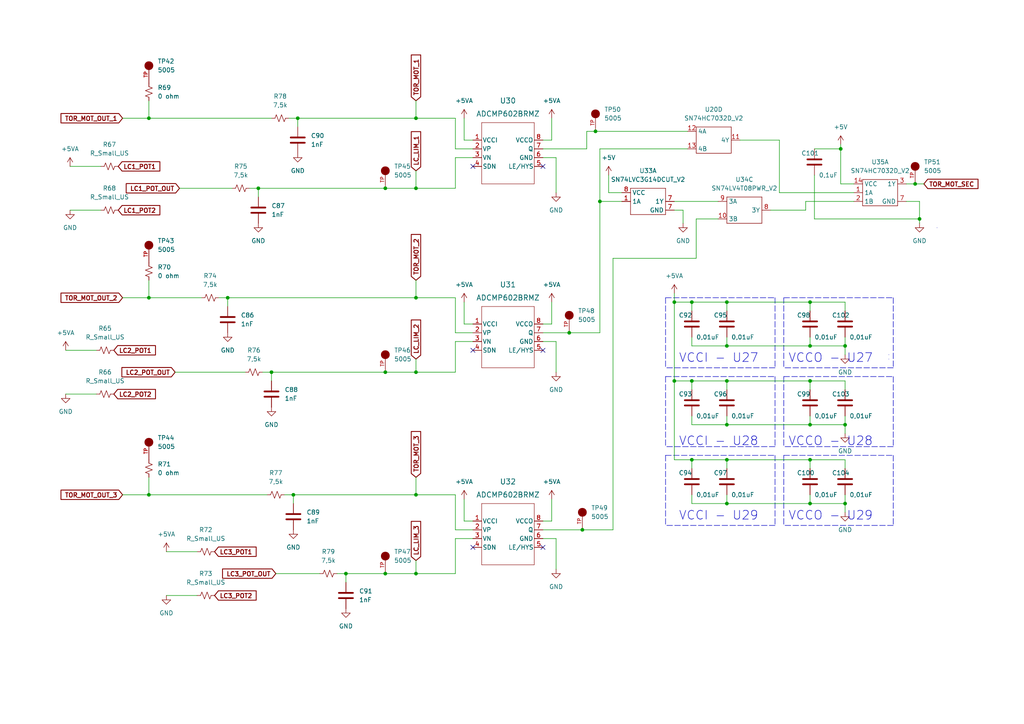
<source format=kicad_sch>
(kicad_sch (version 20211123) (generator eeschema)
  (paper "A4")
  (lib_symbols
    (symbol "Device:C" (pin_numbers hide) (pin_names (offset 0.254))
      (property "Reference" "C" (at 0.635 2.54 0))
      (property "Value" "C" (at 0.635 -2.54 0))
      (symbol "C_0_1"
        (polyline (pts (xy -2.032 -0.762) (xy 2.032 -0.762)) (stroke (width 0.508)))
        (polyline (pts (xy -2.032 0.762) (xy 2.032 0.762)) (stroke (width 0.508)))
      )
      (symbol "C_1_1"
        (pin passive line (at 0 3.81 270) (length 2.794) (name "~") (number "1"))
        (pin passive line (at 0 -3.81 90) (length 2.794) (name "~") (number "2"))
      )
    )
    (symbol "Device:R_Small_US" (pin_numbers hide) (pin_names (offset 0.254) hide)
      (property "Reference" "R" (at 0.762 0.508 0))
      (property "Value" "R_Small_US" (at 0.762 -1.016 0))
      (symbol "R_Small_US_1_1"
        (polyline (pts (xy 0 0) (xy 1.016 -0.381) (xy 0 -0.762) (xy -1.016 -1.143) (xy 0 -1.524)))
        (polyline (pts (xy 0 1.524) (xy 1.016 1.143) (xy 0 0.762) (xy -1.016 0.381) (xy 0 0)))
        (pin passive line (at 0 2.54 270) (length 1.016) (name "~") (number "1"))
        (pin passive line (at 0 -2.54 90) (length 1.016) (name "~") (number "2"))
      )
    )
    (symbol "SymLib:5005" (pin_names (offset 1.016))
      (property "Reference" "TP" (at -2.54 2.54 0))
      (property "Value" "5005" (at -2.54 -3.81 0))
      (symbol "5005_0_0"
        (circle (center 0 0) (radius 0.635) (stroke (width 1.27)))
        (pin passive line (at -5.08 0 0) (length 5.08) (name "~") (number "TP"))
      )
    )
    (symbol "SymLib:ADCMP602BRMZ" (pin_names (offset 0.254))
      (property "Reference" "U" (at 8.89 6.35 0))
      (property "Value" "ADCMP602BRMZ" (at 16.51 -13.97 0))
      (symbol "ADCMP602BRMZ_1_1"
        (polyline (pts (xy 7.62 -12.7) (xy 22.86 -12.7)) (stroke (width 0.127)))
        (polyline (pts (xy 7.62 5.08) (xy 7.62 -12.7)) (stroke (width 0.127)))
        (polyline (pts (xy 22.86 -12.7) (xy 22.86 5.08)) (stroke (width 0.127)))
        (polyline (pts (xy 22.86 5.08) (xy 7.62 5.08)) (stroke (width 0.127)))
        (pin power_in line (at 5.08 0 0) (length 2.54) (name "VCCI") (number "1"))
        (pin input line (at 5.08 -2.54 0) (length 2.54) (name "VP") (number "2"))
        (pin input line (at 5.08 -5.08 0) (length 2.54) (name "VN") (number "3"))
        (pin unspecified line (at 5.08 -7.62 0) (length 2.54) (name "SDN") (number "4"))
        (pin unspecified line (at 25.4 -7.62 180) (length 2.45) (name "LE/HYS") (number "5"))
        (pin power_in line (at 25.4 -5.08 180) (length 2.54) (name "GND") (number "6"))
        (pin output line (at 25.4 -2.54 180) (length 2.54) (name "Q") (number "7"))
        (pin power_in line (at 25.4 0 180) (length 2.54) (name "VCCO") (number "8"))
      )
    )
    (symbol "SymLib:SN74HC7032D_V2"
      (property "Reference" "U" (at -3.81 5.08 0))
      (property "Value" "SN74HC7032D_V2" (at 1.27 -5.08 0))
      (symbol "SN74HC7032D_V2_0_1"
        (rectangle (start -5.08 -3.81) (end 5.08 -3.81))
        (rectangle (start -5.08 3.81) (end -5.08 -3.81))
        (rectangle (start -5.08 3.81) (end 5.08 3.81))
        (rectangle (start 5.08 3.81) (end 5.08 -3.81))
      )
      (symbol "SN74HC7032D_V2_1_1"
        (pin input line (at -7.62 0 0) (length 2.54) (name "1A") (number "1"))
        (pin power_in line (at -7.62 2.54 0) (length 2.54) (name "VCC") (number "14"))
        (pin input line (at -7.62 -2.54 0) (length 2.54) (name "1B") (number "2"))
        (pin output line (at 7.62 2.54 180) (length 2.54) (name "1Y") (number "3"))
        (pin power_in line (at 7.62 -2.54 180) (length 2.54) (name "GND") (number "7"))
      )
      (symbol "SN74HC7032D_V2_2_1"
        (pin input line (at -7.62 2.54 0) (length 2.54) (name "2A") (number "4"))
        (pin input line (at -7.62 -2.54 0) (length 2.54) (name "2B") (number "5"))
        (pin output line (at 7.62 0 180) (length 2.54) (name "2Y") (number "6"))
      )
      (symbol "SN74HC7032D_V2_3_1"
        (pin input line (at -7.62 -2.54 0) (length 2.54) (name "3B") (number "10"))
        (pin output line (at 7.62 0 180) (length 2.54) (name "3Y") (number "8"))
        (pin input line (at -7.62 2.54 0) (length 2.54) (name "3A") (number "9"))
      )
      (symbol "SN74HC7032D_V2_4_1"
        (pin output line (at 7.62 0 180) (length 2.54) (name "4Y") (number "11"))
        (pin input line (at -7.62 2.54 0) (length 2.54) (name "4A") (number "12"))
        (pin input line (at -7.62 -2.54 0) (length 2.54) (name "4B") (number "13"))
      )
    )
    (symbol "SymLib:SN74LV4T08PWR_V2"
      (property "Reference" "U" (at -3.81 5.08 0))
      (property "Value" "SN74LV4T08PWR_V2" (at 0 -5.08 0))
      (symbol "SN74LV4T08PWR_V2_0_1"
        (rectangle (start -5.08 -3.81) (end 5.08 -3.81))
        (rectangle (start -5.08 3.81) (end -5.08 -3.81))
        (rectangle (start -5.08 3.81) (end 5.08 3.81))
        (rectangle (start 5.08 3.81) (end 5.08 -3.81))
      )
      (symbol "SN74LV4T08PWR_V2_1_1"
        (pin input line (at -7.62 0 0) (length 2.54) (name "1A") (number "1"))
        (pin power_in line (at -7.62 2.54 0) (length 2.54) (name "VCC") (number "14"))
        (pin input line (at -7.62 -2.54 0) (length 2.54) (name "1B") (number "2"))
        (pin output line (at 7.62 2.54 180) (length 2.54) (name "1Y") (number "3"))
        (pin power_in line (at 7.62 -2.54 180) (length 2.54) (name "GND") (number "7"))
      )
      (symbol "SN74LV4T08PWR_V2_2_1"
        (pin input line (at -7.62 2.54 0) (length 2.54) (name "2A") (number "4"))
        (pin input line (at -7.62 -2.54 0) (length 2.54) (name "2B") (number "5"))
        (pin output line (at 7.62 0 180) (length 2.54) (name "2Y") (number "6"))
      )
      (symbol "SN74LV4T08PWR_V2_3_1"
        (pin input line (at -7.62 -2.54 0) (length 2.54) (name "3B") (number "10"))
        (pin output line (at 7.62 0 180) (length 2.54) (name "3Y") (number "8"))
        (pin input line (at -7.62 2.54 0) (length 2.54) (name "3A") (number "9"))
      )
      (symbol "SN74LV4T08PWR_V2_4_1"
        (pin output line (at 7.62 0 180) (length 2.54) (name "4Y") (number "11"))
        (pin input line (at -7.62 2.54 0) (length 2.54) (name "4A") (number "12"))
        (pin input line (at -7.62 -2.54 0) (length 2.54) (name "4B") (number "13"))
      )
    )
    (symbol "SymLib:SN74LVC3G14DCUT_V2"
      (property "Reference" "U" (at -3.81 5.08 0))
      (property "Value" "SN74LVC3G14DCUT_V2" (at 0 -5.08 0))
      (symbol "SN74LVC3G14DCUT_V2_0_1"
        (rectangle (start -5.08 -3.81) (end 5.08 -3.81))
        (rectangle (start -5.08 3.81) (end -5.08 -3.81))
        (rectangle (start -5.08 3.81) (end 5.08 3.81))
        (rectangle (start 5.08 3.81) (end 5.08 -3.81))
      )
      (symbol "SN74LVC3G14DCUT_V2_1_1"
        (pin input line (at -7.62 0 0) (length 2.54) (name "1A") (number "1"))
        (pin output line (at 7.62 0 180) (length 2.54) (name "1Y") (number "7"))
        (pin power_out line (at 7.62 -2.54 180) (length 2.54) (name "GND") (number "7"))
        (pin power_in line (at -7.62 2.54 0) (length 2.54) (name "VCC") (number "8"))
      )
      (symbol "SN74LVC3G14DCUT_V2_2_1"
        (pin input line (at -7.62 0 0) (length 2.54) (name "2A") (number "3"))
        (pin output line (at 7.62 0 180) (length 2.54) (name "2Y") (number "5"))
      )
      (symbol "SN74LVC3G14DCUT_V2_3_1"
        (pin output line (at 7.62 0 180) (length 2.54) (name "3Y") (number "2"))
        (pin input line (at -7.62 0 0) (length 2.54) (name "3A") (number "6"))
      )
    )
    (symbol "power:+5V" (power) (pin_names (offset 0))
      (property "Value" "+5V" (at 0 3.556 0))
      (symbol "+5V_0_1"
        (polyline (pts (xy -0.762 1.27) (xy 0 2.54)))
        (polyline (pts (xy 0 0) (xy 0 2.54)))
        (polyline (pts (xy 0 2.54) (xy 0.762 1.27)))
      )
      (symbol "+5V_1_1"
        (pin power_in line (at 0 0 90) (length 0) hide (name "+5V") (number "1"))
      )
    )
    (symbol "power:+5VA" (power) (pin_names (offset 0))
      (property "Value" "+5VA" (at 0 3.556 0))
      (symbol "+5VA_0_1"
        (polyline (pts (xy -0.762 1.27) (xy 0 2.54)))
        (polyline (pts (xy 0 0) (xy 0 2.54)))
        (polyline (pts (xy 0 2.54) (xy 0.762 1.27)))
      )
      (symbol "+5VA_1_1"
        (pin power_in line (at 0 0 90) (length 0) hide (name "+5VA") (number "1"))
      )
    )
    (symbol "power:GND" (power) (pin_names (offset 0))
      (property "Value" "GND" (at 0 -3.81 0))
      (symbol "GND_0_1"
        (polyline (pts (xy 0 0) (xy 0 -1.27) (xy 1.27 -1.27) (xy 0 -2.54) (xy -1.27 -1.27) (xy 0 -1.27)))
      )
      (symbol "GND_1_1"
        (pin power_in line (at 0 0 270) (length 0) hide (name "GND") (number "1"))
      )
    )
  )
  (junction (at 245.11 146.05))
  (junction (at 234.95 100.33))
  (junction (at 210.82 133.35))
  (junction (at 111.76 54.61))
  (junction (at 165.1 96.52))
  (junction (at 168.91 153.67))
  (junction (at 243.84 43.18))
  (junction (at 100.33 166.37))
  (junction (at 245.11 100.33))
  (junction (at 200.66 133.35))
  (junction (at 195.58 110.49))
  (junction (at 86.36 34.29))
  (junction (at 234.95 123.19))
  (junction (at 266.7 63.5))
  (junction (at 210.82 110.49))
  (junction (at 120.65 34.29))
  (junction (at 234.95 110.49))
  (junction (at 66.04 86.36))
  (junction (at 200.66 110.49))
  (junction (at 245.11 123.19))
  (junction (at 265.43 53.34))
  (junction (at 85.09 143.51))
  (junction (at 234.95 133.35))
  (junction (at 172.72 38.1))
  (junction (at 234.95 146.05))
  (junction (at 200.66 87.63))
  (junction (at 210.82 123.19))
  (junction (at 78.74 107.95))
  (junction (at 210.82 100.33))
  (junction (at 43.18 34.29))
  (junction (at 74.93 54.61))
  (junction (at 234.95 87.63))
  (junction (at 111.76 166.37))
  (junction (at 120.65 54.61))
  (junction (at 120.65 166.37))
  (junction (at 43.18 143.51))
  (junction (at 210.82 87.63))
  (junction (at 120.65 107.95))
  (junction (at 120.65 143.51))
  (junction (at 120.65 86.36))
  (junction (at 43.18 86.36))
  (junction (at 111.76 107.95))
  (junction (at 173.99 58.42))
  (junction (at 195.58 87.63))
  (junction (at 210.82 146.05))
  (no_connect (at 137.16 48.26))
  (no_connect (at 157.48 158.75))
  (no_connect (at 157.48 48.26))
  (no_connect (at 157.48 101.6))
  (no_connect (at 137.16 101.6))
  (no_connect (at 137.16 158.75))
  (polyline (pts (xy 227.33 86.36) (xy 227.33 106.68)))
  (wire (pts (xy 210.82 146.05) (xy 234.95 146.05)))
  (wire (pts (xy 195.58 110.49) (xy 200.66 110.49)))
  (wire (pts (xy 85.09 143.51) (xy 120.65 143.51)))
  (wire (pts (xy 245.11 143.51) (xy 245.11 146.05)))
  (wire (pts (xy 111.76 107.95) (xy 120.65 107.95)))
  (wire (pts (xy 234.95 110.49) (xy 245.11 110.49)))
  (wire (pts (xy 234.95 110.49) (xy 234.95 113.03)))
  (wire (pts (xy 43.18 86.36) (xy 58.42 86.36)))
  (wire (pts (xy 210.82 123.19) (xy 234.95 123.19)))
  (wire (pts (xy 157.48 156.21) (xy 161.29 156.21)))
  (polyline (pts (xy 271.78 66.04) (xy 271.78 66.04)))
  (wire (pts (xy 43.18 29.21) (xy 43.18 34.29)))
  (polyline (pts (xy 259.08 129.54) (xy 227.33 129.54)))
  (wire (pts (xy 210.82 123.19) (xy 200.66 123.19)))
  (polyline (pts (xy 257.81 104.14) (xy 257.81 104.14)))
  (wire (pts (xy 210.82 120.65) (xy 210.82 123.19)))
  (polyline (pts (xy 227.33 86.36) (xy 259.08 86.36)))
  (wire (pts (xy 132.08 43.18) (xy 137.16 43.18)))
  (wire (pts (xy 66.04 86.36) (xy 66.04 88.9)))
  (wire (pts (xy 245.11 100.33) (xy 234.95 100.33)))
  (wire (pts (xy 120.65 86.36) (xy 132.08 86.36)))
  (wire (pts (xy 210.82 133.35) (xy 234.95 133.35)))
  (wire (pts (xy 72.39 54.61) (xy 74.93 54.61)))
  (polyline (pts (xy 227.33 132.08) (xy 259.08 132.08)))
  (wire (pts (xy 100.33 166.37) (xy 111.76 166.37)))
  (wire (pts (xy 173.99 58.42) (xy 180.34 58.42)))
  (polyline (pts (xy 259.08 106.68) (xy 227.33 106.68)))
  (wire (pts (xy 43.18 81.28) (xy 43.18 86.36)))
  (polyline (pts (xy 227.33 109.22) (xy 259.08 109.22)))
  (wire (pts (xy 27.94 101.6) (xy 19.05 101.6)))
  (wire (pts (xy 195.58 87.63) (xy 200.66 87.63)))
  (wire (pts (xy 82.55 143.51) (xy 85.09 143.51)))
  (wire (pts (xy 176.53 55.88) (xy 180.34 55.88)))
  (wire (pts (xy 57.15 160.02) (xy 48.26 160.02)))
  (wire (pts (xy 132.08 166.37) (xy 132.08 156.21)))
  (wire (pts (xy 234.95 143.51) (xy 234.95 146.05)))
  (wire (pts (xy 245.11 100.33) (xy 245.11 102.87)))
  (wire (pts (xy 111.76 166.37) (xy 120.65 166.37)))
  (wire (pts (xy 200.66 120.65) (xy 200.66 123.19)))
  (wire (pts (xy 134.62 93.98) (xy 134.62 87.63)))
  (polyline (pts (xy 227.33 132.08) (xy 227.33 152.4)))
  (wire (pts (xy 195.58 85.09) (xy 195.58 87.63)))
  (wire (pts (xy 132.08 45.72) (xy 137.16 45.72)))
  (wire (pts (xy 210.82 143.51) (xy 210.82 146.05)))
  (wire (pts (xy 176.53 50.8) (xy 176.53 55.88)))
  (wire (pts (xy 200.66 87.63) (xy 210.82 87.63)))
  (wire (pts (xy 245.11 120.65) (xy 245.11 123.19)))
  (wire (pts (xy 233.68 60.96) (xy 233.68 58.42)))
  (wire (pts (xy 160.02 144.78) (xy 160.02 151.13)))
  (wire (pts (xy 35.56 86.36) (xy 43.18 86.36)))
  (wire (pts (xy 120.65 166.37) (xy 132.08 166.37)))
  (wire (pts (xy 161.29 99.06) (xy 161.29 107.95)))
  (polyline (pts (xy 257.81 102.87) (xy 257.81 102.87)))
  (wire (pts (xy 266.7 63.5) (xy 266.7 58.42)))
  (wire (pts (xy 234.95 97.79) (xy 234.95 100.33)))
  (wire (pts (xy 200.66 110.49) (xy 200.66 113.03)))
  (wire (pts (xy 157.48 43.18) (xy 170.18 43.18)))
  (wire (pts (xy 243.84 43.18) (xy 243.84 41.91)))
  (wire (pts (xy 234.95 133.35) (xy 234.95 135.89)))
  (polyline (pts (xy 224.79 129.54) (xy 193.04 129.54)))
  (wire (pts (xy 120.65 138.43) (xy 120.65 143.51)))
  (wire (pts (xy 160.02 87.63) (xy 160.02 93.98)))
  (wire (pts (xy 134.62 40.64) (xy 134.62 34.29)))
  (wire (pts (xy 43.18 34.29) (xy 78.74 34.29)))
  (wire (pts (xy 210.82 110.49) (xy 210.82 113.03)))
  (wire (pts (xy 245.11 87.63) (xy 245.11 90.17)))
  (polyline (pts (xy 259.08 86.36) (xy 259.08 106.68)))
  (wire (pts (xy 63.5 86.36) (xy 66.04 86.36)))
  (wire (pts (xy 120.65 81.28) (xy 120.65 86.36)))
  (wire (pts (xy 236.22 63.5) (xy 266.7 63.5)))
  (wire (pts (xy 85.09 143.51) (xy 85.09 146.05)))
  (wire (pts (xy 66.04 86.36) (xy 120.65 86.36)))
  (wire (pts (xy 50.8 107.95) (xy 71.12 107.95)))
  (wire (pts (xy 195.58 87.63) (xy 195.58 110.49)))
  (polyline (pts (xy 193.04 86.36) (xy 224.79 86.36)))
  (wire (pts (xy 78.74 107.95) (xy 78.74 110.49)))
  (wire (pts (xy 201.93 74.93) (xy 177.8 74.93)))
  (wire (pts (xy 210.82 100.33) (xy 200.66 100.33)))
  (wire (pts (xy 157.48 45.72) (xy 161.29 45.72)))
  (wire (pts (xy 210.82 97.79) (xy 210.82 100.33)))
  (polyline (pts (xy 259.08 132.08) (xy 259.08 152.4)))
  (wire (pts (xy 120.65 34.29) (xy 132.08 34.29)))
  (wire (pts (xy 168.91 153.67) (xy 177.8 153.67)))
  (wire (pts (xy 210.82 110.49) (xy 234.95 110.49)))
  (wire (pts (xy 35.56 34.29) (xy 43.18 34.29)))
  (wire (pts (xy 172.72 38.1) (xy 199.39 38.1)))
  (wire (pts (xy 35.56 143.51) (xy 43.18 143.51)))
  (wire (pts (xy 226.06 55.88) (xy 247.65 55.88)))
  (wire (pts (xy 226.06 40.64) (xy 226.06 55.88)))
  (polyline (pts (xy 224.79 106.68) (xy 193.04 106.68)))
  (wire (pts (xy 245.11 146.05) (xy 245.11 148.59)))
  (polyline (pts (xy 193.04 109.22) (xy 193.04 129.54)))
  (wire (pts (xy 120.65 49.53) (xy 120.65 54.61)))
  (wire (pts (xy 157.48 96.52) (xy 165.1 96.52)))
  (wire (pts (xy 245.11 133.35) (xy 245.11 135.89)))
  (wire (pts (xy 43.18 143.51) (xy 77.47 143.51)))
  (wire (pts (xy 201.93 63.5) (xy 201.93 74.93)))
  (wire (pts (xy 120.65 107.95) (xy 132.08 107.95)))
  (wire (pts (xy 234.95 133.35) (xy 245.11 133.35)))
  (wire (pts (xy 173.99 96.52) (xy 173.99 58.42)))
  (wire (pts (xy 245.11 110.49) (xy 245.11 113.03)))
  (wire (pts (xy 19.05 114.3) (xy 27.94 114.3)))
  (wire (pts (xy 243.84 53.34) (xy 243.84 43.18)))
  (wire (pts (xy 247.65 53.34) (xy 243.84 53.34)))
  (wire (pts (xy 120.65 104.14) (xy 120.65 107.95)))
  (wire (pts (xy 170.18 38.1) (xy 172.72 38.1)))
  (wire (pts (xy 120.65 54.61) (xy 132.08 54.61)))
  (wire (pts (xy 233.68 58.42) (xy 247.65 58.42)))
  (wire (pts (xy 173.99 58.42) (xy 173.99 43.18)))
  (polyline (pts (xy 259.08 152.4) (xy 227.33 152.4)))
  (wire (pts (xy 234.95 120.65) (xy 234.95 123.19)))
  (wire (pts (xy 200.66 133.35) (xy 200.66 135.89)))
  (wire (pts (xy 177.8 74.93) (xy 177.8 153.67)))
  (polyline (pts (xy 193.04 132.08) (xy 224.79 132.08)))
  (wire (pts (xy 20.32 60.96) (xy 29.21 60.96)))
  (wire (pts (xy 195.58 58.42) (xy 208.28 58.42)))
  (wire (pts (xy 137.16 96.52) (xy 132.08 96.52)))
  (polyline (pts (xy 224.79 132.08) (xy 224.79 152.4)))
  (wire (pts (xy 200.66 97.79) (xy 200.66 100.33)))
  (wire (pts (xy 234.95 87.63) (xy 234.95 90.17)))
  (wire (pts (xy 210.82 87.63) (xy 234.95 87.63)))
  (polyline (pts (xy 193.04 109.22) (xy 224.79 109.22)))
  (wire (pts (xy 97.79 166.37) (xy 100.33 166.37)))
  (wire (pts (xy 161.29 156.21) (xy 161.29 165.1)))
  (wire (pts (xy 157.48 153.67) (xy 168.91 153.67)))
  (wire (pts (xy 100.33 166.37) (xy 100.33 168.91)))
  (wire (pts (xy 137.16 40.64) (xy 134.62 40.64)))
  (wire (pts (xy 137.16 151.13) (xy 134.62 151.13)))
  (wire (pts (xy 226.06 40.64) (xy 214.63 40.64)))
  (wire (pts (xy 234.95 87.63) (xy 245.11 87.63)))
  (wire (pts (xy 236.22 43.18) (xy 243.84 43.18)))
  (wire (pts (xy 245.11 123.19) (xy 234.95 123.19)))
  (polyline (pts (xy 193.04 132.08) (xy 193.04 152.4)))
  (wire (pts (xy 265.43 53.34) (xy 262.89 53.34)))
  (wire (pts (xy 86.36 34.29) (xy 86.36 36.83)))
  (wire (pts (xy 157.48 99.06) (xy 161.29 99.06)))
  (wire (pts (xy 137.16 93.98) (xy 134.62 93.98)))
  (wire (pts (xy 48.26 172.72) (xy 57.15 172.72)))
  (wire (pts (xy 245.11 97.79) (xy 245.11 100.33)))
  (wire (pts (xy 132.08 96.52) (xy 132.08 86.36)))
  (wire (pts (xy 170.18 43.18) (xy 170.18 38.1)))
  (wire (pts (xy 74.93 54.61) (xy 74.93 57.15)))
  (wire (pts (xy 86.36 34.29) (xy 120.65 34.29)))
  (wire (pts (xy 132.08 34.29) (xy 132.08 43.18)))
  (wire (pts (xy 245.11 123.19) (xy 245.11 125.73)))
  (polyline (pts (xy 224.79 152.4) (xy 193.04 152.4)))
  (polyline (pts (xy 259.08 109.22) (xy 259.08 129.54)))
  (wire (pts (xy 157.48 151.13) (xy 160.02 151.13)))
  (wire (pts (xy 198.12 60.96) (xy 198.12 64.77)))
  (wire (pts (xy 210.82 87.63) (xy 210.82 90.17)))
  (wire (pts (xy 132.08 156.21) (xy 137.16 156.21)))
  (wire (pts (xy 120.65 162.56) (xy 120.65 166.37)))
  (wire (pts (xy 223.52 60.96) (xy 233.68 60.96)))
  (wire (pts (xy 83.82 34.29) (xy 86.36 34.29)))
  (polyline (pts (xy 224.79 109.22) (xy 224.79 129.54)))
  (wire (pts (xy 157.48 93.98) (xy 160.02 93.98)))
  (polyline (pts (xy 224.79 86.36) (xy 224.79 106.68)))
  (wire (pts (xy 195.58 110.49) (xy 195.58 133.35)))
  (wire (pts (xy 201.93 63.5) (xy 208.28 63.5)))
  (wire (pts (xy 200.66 110.49) (xy 210.82 110.49)))
  (wire (pts (xy 210.82 100.33) (xy 234.95 100.33)))
  (wire (pts (xy 111.76 54.61) (xy 120.65 54.61)))
  (wire (pts (xy 198.12 60.96) (xy 195.58 60.96)))
  (wire (pts (xy 266.7 58.42) (xy 262.89 58.42)))
  (wire (pts (xy 210.82 146.05) (xy 200.66 146.05)))
  (wire (pts (xy 132.08 54.61) (xy 132.08 45.72)))
  (wire (pts (xy 120.65 143.51) (xy 132.08 143.51)))
  (wire (pts (xy 43.18 138.43) (xy 43.18 143.51)))
  (wire (pts (xy 137.16 99.06) (xy 132.08 99.06)))
  (wire (pts (xy 266.7 64.77) (xy 266.7 63.5)))
  (polyline (pts (xy 193.04 86.36) (xy 193.04 106.68)))
  (wire (pts (xy 134.62 151.13) (xy 134.62 144.78)))
  (wire (pts (xy 76.2 107.95) (xy 78.74 107.95)))
  (wire (pts (xy 173.99 43.18) (xy 199.39 43.18)))
  (polyline (pts (xy 227.33 109.22) (xy 227.33 129.54)))
  (wire (pts (xy 161.29 45.72) (xy 161.29 55.88)))
  (wire (pts (xy 132.08 143.51) (xy 132.08 153.67)))
  (wire (pts (xy 120.65 29.21) (xy 120.65 34.29)))
  (wire (pts (xy 74.93 54.61) (xy 111.76 54.61)))
  (wire (pts (xy 160.02 34.29) (xy 160.02 40.64)))
  (wire (pts (xy 132.08 153.67) (xy 137.16 153.67)))
  (wire (pts (xy 200.66 133.35) (xy 210.82 133.35)))
  (wire (pts (xy 132.08 99.06) (xy 132.08 107.95)))
  (wire (pts (xy 157.48 40.64) (xy 160.02 40.64)))
  (wire (pts (xy 200.66 143.51) (xy 200.66 146.05)))
  (wire (pts (xy 267.97 53.34) (xy 265.43 53.34)))
  (wire (pts (xy 52.07 54.61) (xy 67.31 54.61)))
  (wire (pts (xy 195.58 133.35) (xy 200.66 133.35)))
  (wire (pts (xy 210.82 133.35) (xy 210.82 135.89)))
  (wire (pts (xy 245.11 146.05) (xy 234.95 146.05)))
  (wire (pts (xy 165.1 96.52) (xy 173.99 96.52)))
  (wire (pts (xy 29.21 48.26) (xy 20.32 48.26)))
  (wire (pts (xy 236.22 50.8) (xy 236.22 63.5)))
  (wire (pts (xy 78.74 107.95) (xy 111.76 107.95)))
  (wire (pts (xy 200.66 87.63) (xy 200.66 90.17)))
  (wire (pts (xy 80.01 166.37) (xy 92.71 166.37)))
  (text "VCCI - U27" (at 196.85 105.41 0) (effects (font (size 2.54 2.54)) (justify left bottom)))
  (text "VCCO - U28" (at 228.6 129.54 0) (effects (font (size 2.54 2.54)) (justify left bottom)))
  (text "VCCI - U29" (at 196.85 151.13 0) (effects (font (size 2.54 2.54)) (justify left bottom)))
  (text "VCCO - U27" (at 228.6 105.41 0) (effects (font (size 2.54 2.54)) (justify left bottom)))
  (text "VCCI - U28" (at 196.85 129.54 0) (effects (font (size 2.54 2.54)) (justify left bottom)))
  (text "VCCO - U29\n" (at 228.6 151.13 0) (effects (font (size 2.54 2.54)) (justify left bottom)))
  (global_label "LC3_POT_OUT" (shape input) (at 80.01 166.37 180) (effects (font (thickness 0.254) bold)) (property "Intersheet References" "${INTERSHEET_REFS}" (effects hide)))
  (global_label "LC3_POT2" (shape input) (at 62.23 172.72 0) (effects (font (thickness 0.254) bold)) (property "Intersheet References" "${INTERSHEET_REFS}" (effects hide)))
  (global_label "TOR_MOT_OUT_3" (shape input) (at 35.56 143.51 180) (effects (font (thickness 0.254) bold)) (property "Intersheet References" "${INTERSHEET_REFS}" (effects hide)))
  (global_label "TOR_MOT_SEC" (shape input) (at 267.97 53.34 0) (effects (font bold)) (property "Intersheet References" "${INTERSHEET_REFS}" (effects hide)))
  (global_label "TOR_MOT_2" (shape input) (at 120.65 81.28 90) (effects (font bold)) (property "Intersheet References" "${INTERSHEET_REFS}" (effects hide)))
  (global_label "TOR_MOT_1" (shape input) (at 120.65 29.21 90) (effects (font bold)) (property "Intersheet References" "${INTERSHEET_REFS}" (effects hide)))
  (global_label "TOR_MOT_3" (shape input) (at 120.65 138.43 90) (effects (font bold)) (property "Intersheet References" "${INTERSHEET_REFS}" (effects hide)))
  (global_label "LC_LIM_1" (shape input) (at 120.65 49.53 90) (effects (font bold)) (property "Intersheet References" "${INTERSHEET_REFS}" (effects hide)))
  (global_label "TOR_MOT_OUT_1" (shape input) (at 35.56 34.29 180) (effects (font (thickness 0.254) bold)) (property "Intersheet References" "${INTERSHEET_REFS}" (effects hide)))
  (global_label "LC2_POT2" (shape input) (at 33.02 114.3 0) (effects (font (thickness 0.254) bold)) (property "Intersheet References" "${INTERSHEET_REFS}" (effects hide)))
  (global_label "LC1_POT2" (shape input) (at 34.29 60.96 0) (effects (font (thickness 0.254) bold)) (property "Intersheet References" "${INTERSHEET_REFS}" (effects hide)))
  (global_label "LC2_POT_OUT" (shape input) (at 50.8 107.95 180) (effects (font (thickness 0.254) bold)) (property "Intersheet References" "${INTERSHEET_REFS}" (effects hide)))
  (global_label "LC2_POT1" (shape input) (at 33.02 101.6 0) (effects (font (thickness 0.254) bold)) (property "Intersheet References" "${INTERSHEET_REFS}" (effects hide)))
  (global_label "TOR_MOT_OUT_2" (shape input) (at 35.56 86.36 180) (effects (font (thickness 0.254) bold)) (property "Intersheet References" "${INTERSHEET_REFS}" (effects hide)))
  (global_label "LC_LIM_2" (shape input) (at 120.65 104.14 90) (effects (font bold)) (property "Intersheet References" "${INTERSHEET_REFS}" (effects hide)))
  (global_label "LC1_POT_OUT" (shape input) (at 52.07 54.61 180) (effects (font (thickness 0.254) bold)) (property "Intersheet References" "${INTERSHEET_REFS}" (effects hide)))
  (global_label "LC3_POT1" (shape input) (at 62.23 160.02 0) (effects (font (thickness 0.254) bold)) (property "Intersheet References" "${INTERSHEET_REFS}" (effects hide)))
  (global_label "LC_LIM_3" (shape input) (at 120.65 162.56 90) (effects (font bold)) (property "Intersheet References" "${INTERSHEET_REFS}" (effects hide)))
  (global_label "LC1_POT1" (shape input) (at 34.29 48.26 0) (effects (font (thickness 0.254) bold)) (property "Intersheet References" "${INTERSHEET_REFS}" (effects hide)))
  (symbol (lib_id "power:+5VA") (at 160.02 87.63 0) (unit 1)
    (property "Reference" "#PWR0162" (effects hide))
    (property "Value" "+5VA" (at 160.02 82.55 0))
  )
  (symbol (lib_id "power:GND") (at 198.12 64.77 0) (unit 1)
    (property "Reference" "#PWR0169" (effects hide))
    (property "Value" "GND" (at 198.12 69.85 0))
  )
  (symbol (lib_id "SymLib:SN74HC7032D_V2") (at 255.27 55.88 0) (unit 1)
    (property "Reference" "U35" (at 255.27 46.99 0))
    (property "Value" "SN74HC7032D_V2" (at 255.27 49.53 0))
    (property "Footprint" "FootPrint:SN74HC7032D" (effects hide))
  )
  (symbol (lib_id "SymLib:5005") (at 265.43 48.26 90) (unit 1)
    (property "Reference" "TP51" (at 267.97 46.9899 90) (effects (justify right)))
    (property "Value" "5005" (at 267.97 49.5299 90) (effects (justify right)))
    (property "Footprint" "FootPrint:KEYSTONE_5005" (effects hide))
    (property "MF" "Keystone Electronics" (effects hide))
    (property "DESCRIPTION" "Compact THM Test Point -Red" (effects hide))
    (property "PACKAGE" "NON STANDARD-1 Keystone" (effects hide))
    (property "PRICE" "None" (effects hide))
    (property "MP" "5005" (effects hide))
    (property "AVAILABILITY" "In Stock" (effects hide))
    (property "PURCHASE-URL" "https://pricing.snapeda.com/search/part/5005/?ref=eda" (effects hide))
  )
  (symbol (lib_id "Device:R_Small_US") (at 81.28 34.29 90) (unit 1)
    (property "Reference" "R78" (at 81.28 27.94 90))
    (property "Value" "7,5k" (at 81.28 30.48 90))
    (property "Footprint" "Resistor_SMD:R_0603_1608Metric" (effects hide))
  )
  (symbol (lib_id "Device:R_Small_US") (at 31.75 60.96 90) (unit 1)
    (property "Reference" "R68" (at 31.75 54.61 90))
    (property "Value" "R_Small_US" (at 31.75 57.15 90))
    (property "Footprint" "Resistor_SMD:R_0603_1608Metric" (effects hide))
  )
  (symbol (lib_id "Device:C") (at 200.66 139.7 0) (unit 1)
    (property "Reference" "C94" (at 196.85 137.16 0) (effects (justify left)))
    (property "Value" "0,01uF" (at 201.93 143.51 0) (effects (justify left)))
    (property "Footprint" "Capacitor_SMD:C_0603_1608Metric" (effects hide))
  )
  (symbol (lib_id "Device:R_Small_US") (at 59.69 160.02 90) (unit 1)
    (property "Reference" "R72" (at 59.69 153.67 90))
    (property "Value" "R_Small_US" (at 59.69 156.21 90))
    (property "Footprint" "Resistor_SMD:R_0603_1608Metric" (effects hide))
  )
  (symbol (lib_id "power:GND") (at 20.32 60.96 0) (unit 1)
    (property "Reference" "#PWR0149" (effects hide))
    (property "Value" "GND" (at 20.32 66.04 0))
  )
  (symbol (lib_id "SymLib:SN74LVC3G14DCUT_V2") (at 187.96 58.42 0) (unit 1)
    (property "Reference" "U33" (at 187.96 49.53 0))
    (property "Value" "SN74LVC3G14DCUT_V2" (at 187.96 52.07 0))
    (property "Footprint" "FootPrint:SN74LVC3G14DCUT" (effects hide))
  )
  (symbol (lib_id "Device:C") (at 234.95 139.7 0) (unit 1)
    (property "Reference" "C100" (at 231.14 137.16 0) (effects (justify left)))
    (property "Value" "0,01uF" (at 236.22 143.51 0) (effects (justify left)))
    (property "Footprint" "Capacitor_SMD:C_0603_1608Metric" (effects hide))
  )
  (symbol (lib_id "Device:C") (at 100.33 172.72 0) (unit 1)
    (property "Reference" "C91" (at 104.14 171.4499 0) (effects (justify left)))
    (property "Value" "1nF" (at 104.14 173.9899 0) (effects (justify left)))
    (property "Footprint" "Capacitor_SMD:C_0603_1608Metric" (effects hide))
  )
  (symbol (lib_id "power:GND") (at 19.05 114.3 0) (unit 1)
    (property "Reference" "#PWR0147" (effects hide))
    (property "Value" "GND" (at 19.05 119.38 0))
  )
  (symbol (lib_id "power:+5VA") (at 134.62 144.78 0) (unit 1)
    (property "Reference" "#PWR0160" (effects hide))
    (property "Value" "+5VA" (at 134.62 139.7 0))
  )
  (symbol (lib_id "Device:R_Small_US") (at 60.96 86.36 90) (unit 1)
    (property "Reference" "R74" (at 60.96 80.01 90))
    (property "Value" "7,5k" (at 60.96 82.55 90))
    (property "Footprint" "Resistor_SMD:R_0603_1608Metric" (effects hide))
  )
  (symbol (lib_id "SymLib:ADCMP602BRMZ") (at 132.08 40.64 0) (unit 1)
    (property "Reference" "U30" (at 147.3332 29.21 0) (effects (font (size 1.524 1.524))))
    (property "Value" "ADCMP602BRMZ" (at 147.3332 33.02 0) (effects (font (size 1.524 1.524))))
    (property "Footprint" "FootPrint:ADCMP602BRMZ" (effects hide))
    (property "Datasheet" "ADCMP602BRMZ" (effects hide))
  )
  (symbol (lib_id "power:GND") (at 48.26 172.72 0) (unit 1)
    (property "Reference" "#PWR0151" (effects hide))
    (property "Value" "GND" (at 48.26 177.8 0))
  )
  (symbol (lib_id "SymLib:5005") (at 43.18 19.05 90) (unit 1)
    (property "Reference" "TP42" (at 45.72 17.7799 90) (effects (justify right)))
    (property "Value" "5005" (at 45.72 20.3199 90) (effects (justify right)))
    (property "Footprint" "FootPrint:KEYSTONE_5005" (effects hide))
    (property "MF" "Keystone Electronics" (effects hide))
    (property "DESCRIPTION" "Compact THM Test Point -Red" (effects hide))
    (property "PACKAGE" "NON STANDARD-1 Keystone" (effects hide))
    (property "PRICE" "None" (effects hide))
    (property "MP" "5005" (effects hide))
    (property "AVAILABILITY" "In Stock" (effects hide))
    (property "PURCHASE-URL" "https://pricing.snapeda.com/search/part/5005/?ref=eda" (effects hide))
  )
  (symbol (lib_id "Device:R_Small_US") (at 80.01 143.51 90) (unit 1)
    (property "Reference" "R77" (at 80.01 137.16 90))
    (property "Value" "7,5k" (at 80.01 139.7 90))
    (property "Footprint" "Resistor_SMD:R_0603_1608Metric" (effects hide))
  )
  (symbol (lib_id "SymLib:ADCMP602BRMZ") (at 132.08 93.98 0) (unit 1)
    (property "Reference" "U31" (at 147.3332 82.55 0) (effects (font (size 1.524 1.524))))
    (property "Value" "ADCMP602BRMZ" (at 147.3332 86.36 0) (effects (font (size 1.524 1.524))))
    (property "Footprint" "FootPrint:ADCMP602BRMZ" (effects hide))
    (property "Datasheet" "ADCMP602BRMZ" (effects hide))
  )
  (symbol (lib_id "Device:C") (at 210.82 139.7 0) (unit 1)
    (property "Reference" "C97" (at 207.01 137.16 0) (effects (justify left)))
    (property "Value" "0,01uF" (at 212.09 143.51 0) (effects (justify left)))
    (property "Footprint" "Capacitor_SMD:C_0603_1608Metric" (effects hide))
  )
  (symbol (lib_id "power:+5VA") (at 134.62 87.63 0) (unit 1)
    (property "Reference" "#PWR0159" (effects hide))
    (property "Value" "+5VA" (at 134.62 82.55 0))
  )
  (symbol (lib_id "SymLib:5005") (at 111.76 49.53 90) (unit 1)
    (property "Reference" "TP45" (at 114.3 48.2599 90) (effects (justify right)))
    (property "Value" "5005" (at 114.3 50.7999 90) (effects (justify right)))
    (property "Footprint" "FootPrint:KEYSTONE_5005" (effects hide))
    (property "MF" "Keystone Electronics" (effects hide))
    (property "DESCRIPTION" "Compact THM Test Point -Red" (effects hide))
    (property "PACKAGE" "NON STANDARD-1 Keystone" (effects hide))
    (property "PRICE" "None" (effects hide))
    (property "MP" "5005" (effects hide))
    (property "AVAILABILITY" "In Stock" (effects hide))
    (property "PURCHASE-URL" "https://pricing.snapeda.com/search/part/5005/?ref=eda" (effects hide))
  )
  (symbol (lib_id "power:GND") (at 161.29 165.1 0) (unit 1)
    (property "Reference" "#PWR0166" (effects hide))
    (property "Value" "GND" (at 161.29 170.18 0))
  )
  (symbol (lib_id "Device:C") (at 210.82 116.84 0) (unit 1)
    (property "Reference" "C96" (at 207.01 114.3 0) (effects (justify left)))
    (property "Value" "0,01uF" (at 212.09 120.65 0) (effects (justify left)))
    (property "Footprint" "Capacitor_SMD:C_0603_1608Metric" (effects hide))
  )
  (symbol (lib_id "SymLib:SN74LV4T08PWR_V2") (at 215.9 60.96 0) (unit 3)
    (property "Reference" "U34" (at 215.9 52.07 0))
    (property "Value" "SN74LV4T08PWR_V2" (at 215.9 54.61 0))
    (property "Footprint" "FootPrint:SN74LV4T08PWR" (effects hide))
  )
  (symbol (lib_id "Device:C") (at 74.93 60.96 0) (unit 1)
    (property "Reference" "C87" (at 78.74 59.6899 0) (effects (justify left)))
    (property "Value" "1nF" (at 78.74 62.2299 0) (effects (justify left)))
    (property "Footprint" "Capacitor_SMD:C_0603_1608Metric" (effects hide))
  )
  (symbol (lib_id "SymLib:ADCMP602BRMZ") (at 132.08 151.13 0) (unit 1)
    (property "Reference" "U32" (at 147.3332 139.7 0) (effects (font (size 1.524 1.524))))
    (property "Value" "ADCMP602BRMZ" (at 147.3332 143.51 0) (effects (font (size 1.524 1.524))))
    (property "Footprint" "FootPrint:ADCMP602BRMZ" (effects hide))
    (property "Datasheet" "ADCMP602BRMZ" (effects hide))
  )
  (symbol (lib_id "Device:R_Small_US") (at 69.85 54.61 90) (unit 1)
    (property "Reference" "R75" (at 69.85 48.26 90))
    (property "Value" "7,5k" (at 69.85 50.8 90))
    (property "Footprint" "Resistor_SMD:R_0603_1608Metric" (effects hide))
  )
  (symbol (lib_id "Device:R_Small_US") (at 95.25 166.37 90) (unit 1)
    (property "Reference" "R79" (at 95.25 160.02 90))
    (property "Value" "7,5k" (at 95.25 162.56 90))
    (property "Footprint" "Resistor_SMD:R_0603_1608Metric" (effects hide))
  )
  (symbol (lib_id "Device:C") (at 210.82 93.98 0) (unit 1)
    (property "Reference" "C95" (at 207.01 91.44 0) (effects (justify left)))
    (property "Value" "0,01uF" (at 212.09 97.79 0) (effects (justify left)))
    (property "Footprint" "Capacitor_SMD:C_0603_1608Metric" (effects hide))
  )
  (symbol (lib_id "power:+5VA") (at 195.58 85.09 0) (unit 1)
    (property "Reference" "#PWR0168" (effects hide))
    (property "Value" "+5VA" (at 195.58 80.01 0))
  )
  (symbol (lib_id "Device:C") (at 86.36 40.64 0) (unit 1)
    (property "Reference" "C90" (at 90.17 39.3699 0) (effects (justify left)))
    (property "Value" "1nF" (at 90.17 41.9099 0) (effects (justify left)))
    (property "Footprint" "Capacitor_SMD:C_0603_1608Metric" (effects hide))
  )
  (symbol (lib_id "Device:C") (at 234.95 116.84 0) (unit 1)
    (property "Reference" "C99" (at 231.14 114.3 0) (effects (justify left)))
    (property "Value" "0,01uF" (at 236.22 120.65 0) (effects (justify left)))
    (property "Footprint" "Capacitor_SMD:C_0603_1608Metric" (effects hide))
  )
  (symbol (lib_id "power:GND") (at 245.11 102.87 0) (unit 1)
    (property "Reference" "#PWR0171" (effects hide))
    (property "Value" "GND" (at 245.11 107.95 0))
  )
  (symbol (lib_id "power:GND") (at 161.29 107.95 0) (unit 1)
    (property "Reference" "#PWR0165" (effects hide))
    (property "Value" "GND" (at 161.29 113.03 0))
  )
  (symbol (lib_id "power:+5VA") (at 160.02 34.29 0) (unit 1)
    (property "Reference" "#PWR0161" (effects hide))
    (property "Value" "+5VA" (at 160.02 29.21 0))
  )
  (symbol (lib_id "power:GND") (at 78.74 118.11 0) (unit 1)
    (property "Reference" "#PWR0154" (effects hide))
    (property "Value" "GND" (at 78.74 123.19 0))
  )
  (symbol (lib_id "SymLib:5005") (at 165.1 91.44 90) (unit 1)
    (property "Reference" "TP48" (at 167.64 90.1699 90) (effects (justify right)))
    (property "Value" "5005" (at 167.64 92.7099 90) (effects (justify right)))
    (property "Footprint" "FootPrint:KEYSTONE_5005" (effects hide))
    (property "MF" "Keystone Electronics" (effects hide))
    (property "DESCRIPTION" "Compact THM Test Point -Red" (effects hide))
    (property "PACKAGE" "NON STANDARD-1 Keystone" (effects hide))
    (property "PRICE" "None" (effects hide))
    (property "MP" "5005" (effects hide))
    (property "AVAILABILITY" "In Stock" (effects hide))
    (property "PURCHASE-URL" "https://pricing.snapeda.com/search/part/5005/?ref=eda" (effects hide))
  )
  (symbol (lib_id "Device:C") (at 234.95 93.98 0) (unit 1)
    (property "Reference" "C98" (at 231.14 91.44 0) (effects (justify left)))
    (property "Value" "0,01uF" (at 236.22 97.79 0) (effects (justify left)))
    (property "Footprint" "Capacitor_SMD:C_0603_1608Metric" (effects hide))
  )
  (symbol (lib_id "Device:C") (at 236.22 46.99 0) (unit 1)
    (property "Reference" "C101" (at 232.41 44.45 0) (effects (justify left)))
    (property "Value" "0,1uF" (at 237.49 50.8 0) (effects (justify left)))
    (property "Footprint" "Capacitor_SMD:C_0603_1608Metric" (effects hide))
  )
  (symbol (lib_id "SymLib:5005") (at 168.91 148.59 90) (unit 1)
    (property "Reference" "TP49" (at 171.45 147.3199 90) (effects (justify right)))
    (property "Value" "5005" (at 171.45 149.8599 90) (effects (justify right)))
    (property "Footprint" "FootPrint:KEYSTONE_5005" (effects hide))
    (property "MF" "Keystone Electronics" (effects hide))
    (property "DESCRIPTION" "Compact THM Test Point -Red" (effects hide))
    (property "PACKAGE" "NON STANDARD-1 Keystone" (effects hide))
    (property "PRICE" "None" (effects hide))
    (property "MP" "5005" (effects hide))
    (property "AVAILABILITY" "In Stock" (effects hide))
    (property "PURCHASE-URL" "https://pricing.snapeda.com/search/part/5005/?ref=eda" (effects hide))
  )
  (symbol (lib_id "power:+5VA") (at 20.32 48.26 0) (unit 1)
    (property "Reference" "#PWR0148" (effects hide))
    (property "Value" "+5VA" (at 20.32 43.18 0))
  )
  (symbol (lib_id "power:+5V") (at 176.53 50.8 0) (unit 1)
    (property "Reference" "#PWR0167" (effects hide))
    (property "Value" "+5V" (at 176.53 45.72 0))
  )
  (symbol (lib_id "Device:C") (at 200.66 93.98 0) (unit 1)
    (property "Reference" "C92" (at 196.85 91.44 0) (effects (justify left)))
    (property "Value" "0,01uF" (at 201.93 97.79 0) (effects (justify left)))
    (property "Footprint" "Capacitor_SMD:C_0603_1608Metric" (effects hide))
  )
  (symbol (lib_id "power:GND") (at 266.7 64.77 0) (unit 1)
    (property "Reference" "#PWR0174" (effects hide))
    (property "Value" "GND" (at 266.7 69.85 0))
  )
  (symbol (lib_id "Device:C") (at 78.74 114.3 0) (unit 1)
    (property "Reference" "C88" (at 82.55 113.0299 0) (effects (justify left)))
    (property "Value" "1nF" (at 82.55 115.5699 0) (effects (justify left)))
    (property "Footprint" "Capacitor_SMD:C_0603_1608Metric" (effects hide))
  )
  (symbol (lib_id "SymLib:5005") (at 172.72 33.02 90) (unit 1)
    (property "Reference" "TP50" (at 175.26 31.7499 90) (effects (justify right)))
    (property "Value" "5005" (at 175.26 34.2899 90) (effects (justify right)))
    (property "Footprint" "FootPrint:KEYSTONE_5005" (effects hide))
    (property "MF" "Keystone Electronics" (effects hide))
    (property "DESCRIPTION" "Compact THM Test Point -Red" (effects hide))
    (property "PACKAGE" "NON STANDARD-1 Keystone" (effects hide))
    (property "PRICE" "None" (effects hide))
    (property "MP" "5005" (effects hide))
    (property "AVAILABILITY" "In Stock" (effects hide))
    (property "PURCHASE-URL" "https://pricing.snapeda.com/search/part/5005/?ref=eda" (effects hide))
  )
  (symbol (lib_id "Device:C") (at 245.11 93.98 0) (unit 1)
    (property "Reference" "C102" (at 241.3 91.44 0) (effects (justify left)))
    (property "Value" "0,01uF" (at 246.38 97.79 0) (effects (justify left)))
    (property "Footprint" "Capacitor_SMD:C_0603_1608Metric" (effects hide))
  )
  (symbol (lib_id "power:+5VA") (at 134.62 34.29 0) (unit 1)
    (property "Reference" "#PWR0158" (effects hide))
    (property "Value" "+5VA" (at 134.62 29.21 0))
  )
  (symbol (lib_id "Device:R_Small_US") (at 43.18 135.89 0) (unit 1)
    (property "Reference" "R71" (at 45.72 134.6199 0) (effects (justify left)))
    (property "Value" "0 ohm" (at 45.72 137.1599 0) (effects (justify left)))
    (property "Footprint" "Resistor_SMD:R_0603_1608Metric" (effects hide))
  )
  (symbol (lib_id "Device:C") (at 66.04 92.71 0) (unit 1)
    (property "Reference" "C86" (at 69.85 91.4399 0) (effects (justify left)))
    (property "Value" "1nF" (at 69.85 93.9799 0) (effects (justify left)))
    (property "Footprint" "Capacitor_SMD:C_0603_1608Metric" (effects hide))
  )
  (symbol (lib_id "SymLib:5005") (at 43.18 128.27 90) (unit 1)
    (property "Reference" "TP44" (at 45.72 126.9999 90) (effects (justify right)))
    (property "Value" "5005" (at 45.72 129.5399 90) (effects (justify right)))
    (property "Footprint" "FootPrint:KEYSTONE_5005" (effects hide))
    (property "MF" "Keystone Electronics" (effects hide))
    (property "DESCRIPTION" "Compact THM Test Point -Red" (effects hide))
    (property "PACKAGE" "NON STANDARD-1 Keystone" (effects hide))
    (property "PRICE" "None" (effects hide))
    (property "MP" "5005" (effects hide))
    (property "AVAILABILITY" "In Stock" (effects hide))
    (property "PURCHASE-URL" "https://pricing.snapeda.com/search/part/5005/?ref=eda" (effects hide))
  )
  (symbol (lib_id "power:+5VA") (at 48.26 160.02 0) (unit 1)
    (property "Reference" "#PWR0150" (effects hide))
    (property "Value" "+5VA" (at 48.26 154.94 0))
  )
  (symbol (lib_id "SymLib:SN74HC7032D_V2") (at 207.01 40.64 0) (unit 4)
    (property "Reference" "U20" (at 207.01 31.75 0))
    (property "Value" "SN74HC7032D_V2" (at 207.01 34.29 0))
    (property "Footprint" "FootPrint:SN74HC7032D" (effects hide))
  )
  (symbol (lib_id "SymLib:5005") (at 43.18 71.12 90) (unit 1)
    (property "Reference" "TP43" (at 45.72 69.8499 90) (effects (justify right)))
    (property "Value" "5005" (at 45.72 72.3899 90) (effects (justify right)))
    (property "Footprint" "FootPrint:KEYSTONE_5005" (effects hide))
    (property "MF" "Keystone Electronics" (effects hide))
    (property "DESCRIPTION" "Compact THM Test Point -Red" (effects hide))
    (property "PACKAGE" "NON STANDARD-1 Keystone" (effects hide))
    (property "PRICE" "None" (effects hide))
    (property "MP" "5005" (effects hide))
    (property "AVAILABILITY" "In Stock" (effects hide))
    (property "PURCHASE-URL" "https://pricing.snapeda.com/search/part/5005/?ref=eda" (effects hide))
  )
  (symbol (lib_id "Device:R_Small_US") (at 31.75 48.26 90) (unit 1)
    (property "Reference" "R67" (at 31.75 41.91 90))
    (property "Value" "R_Small_US" (at 31.75 44.45 90))
    (property "Footprint" "Resistor_SMD:R_0603_1608Metric" (effects hide))
  )
  (symbol (lib_id "power:GND") (at 86.36 44.45 0) (unit 1)
    (property "Reference" "#PWR0156" (effects hide))
    (property "Value" "GND" (at 86.36 49.53 0))
  )
  (symbol (lib_id "power:+5VA") (at 19.05 101.6 0) (unit 1)
    (property "Reference" "#PWR0146" (effects hide))
    (property "Value" "+5VA" (at 19.05 96.52 0))
  )
  (symbol (lib_id "power:GND") (at 161.29 55.88 0) (unit 1)
    (property "Reference" "#PWR0164" (effects hide))
    (property "Value" "GND" (at 161.29 60.96 0))
  )
  (symbol (lib_id "Device:C") (at 245.11 139.7 0) (unit 1)
    (property "Reference" "C104" (at 241.3 137.16 0) (effects (justify left)))
    (property "Value" "0,01uF" (at 246.38 143.51 0) (effects (justify left)))
    (property "Footprint" "Capacitor_SMD:C_0603_1608Metric" (effects hide))
  )
  (symbol (lib_id "Device:R_Small_US") (at 59.69 172.72 90) (unit 1)
    (property "Reference" "R73" (at 59.69 166.37 90))
    (property "Value" "R_Small_US" (at 59.69 168.91 90))
    (property "Footprint" "Resistor_SMD:R_0603_1608Metric" (effects hide))
  )
  (symbol (lib_id "Device:R_Small_US") (at 30.48 114.3 90) (unit 1)
    (property "Reference" "R66" (at 30.48 107.95 90))
    (property "Value" "R_Small_US" (at 30.48 110.49 90))
    (property "Footprint" "Resistor_SMD:R_0603_1608Metric" (effects hide))
  )
  (symbol (lib_id "Device:R_Small_US") (at 30.48 101.6 90) (unit 1)
    (property "Reference" "R65" (at 30.48 95.25 90))
    (property "Value" "R_Small_US" (at 30.48 97.79 90))
    (property "Footprint" "Resistor_SMD:R_0603_1608Metric" (effects hide))
  )
  (symbol (lib_id "power:+5VA") (at 160.02 144.78 0) (unit 1)
    (property "Reference" "#PWR0163" (effects hide))
    (property "Value" "+5VA" (at 160.02 139.7 0))
  )
  (symbol (lib_id "SymLib:5005") (at 111.76 161.29 90) (unit 1)
    (property "Reference" "TP47" (at 114.3 160.0199 90) (effects (justify right)))
    (property "Value" "5005" (at 114.3 162.5599 90) (effects (justify right)))
    (property "Footprint" "FootPrint:KEYSTONE_5005" (effects hide))
    (property "MF" "Keystone Electronics" (effects hide))
    (property "DESCRIPTION" "Compact THM Test Point -Red" (effects hide))
    (property "PACKAGE" "NON STANDARD-1 Keystone" (effects hide))
    (property "PRICE" "None" (effects hide))
    (property "MP" "5005" (effects hide))
    (property "AVAILABILITY" "In Stock" (effects hide))
    (property "PURCHASE-URL" "https://pricing.snapeda.com/search/part/5005/?ref=eda" (effects hide))
  )
  (symbol (lib_id "power:+5V") (at 243.84 41.91 0) (unit 1)
    (property "Reference" "#PWR0170" (effects hide))
    (property "Value" "+5V" (at 243.84 36.83 0))
  )
  (symbol (lib_id "Device:R_Small_US") (at 43.18 26.67 0) (unit 1)
    (property "Reference" "R69" (at 45.72 25.3999 0) (effects (justify left)))
    (property "Value" "0 ohm" (at 45.72 27.9399 0) (effects (justify left)))
    (property "Footprint" "Resistor_SMD:R_0603_1608Metric" (effects hide))
  )
  (symbol (lib_id "Device:R_Small_US") (at 43.18 78.74 0) (unit 1)
    (property "Reference" "R70" (at 45.72 77.4699 0) (effects (justify left)))
    (property "Value" "0 ohm" (at 45.72 80.0099 0) (effects (justify left)))
    (property "Footprint" "Resistor_SMD:R_0603_1608Metric" (effects hide))
  )
  (symbol (lib_id "power:GND") (at 100.33 176.53 0) (unit 1)
    (property "Reference" "#PWR0157" (effects hide))
    (property "Value" "GND" (at 100.33 181.61 0))
  )
  (symbol (lib_id "Device:C") (at 245.11 116.84 0) (unit 1)
    (property "Reference" "C103" (at 241.3 114.3 0) (effects (justify left)))
    (property "Value" "0,01uF" (at 246.38 120.65 0) (effects (justify left)))
    (property "Footprint" "Capacitor_SMD:C_0603_1608Metric" (effects hide))
  )
  (symbol (lib_id "power:GND") (at 245.11 125.73 0) (unit 1)
    (property "Reference" "#PWR0172" (effects hide))
    (property "Value" "GND" (at 245.11 130.81 0))
  )
  (symbol (lib_id "Device:C") (at 85.09 149.86 0) (unit 1)
    (property "Reference" "C89" (at 88.9 148.5899 0) (effects (justify left)))
    (property "Value" "1nF" (at 88.9 151.1299 0) (effects (justify left)))
    (property "Footprint" "Capacitor_SMD:C_0603_1608Metric" (effects hide))
  )
  (symbol (lib_id "power:GND") (at 245.11 148.59 0) (unit 1)
    (property "Reference" "#PWR0173" (effects hide))
    (property "Value" "GND" (at 245.11 153.67 0))
  )
  (symbol (lib_id "Device:R_Small_US") (at 73.66 107.95 90) (unit 1)
    (property "Reference" "R76" (at 73.66 101.6 90))
    (property "Value" "7,5k" (at 73.66 104.14 90))
    (property "Footprint" "Resistor_SMD:R_0603_1608Metric" (effects hide))
  )
  (symbol (lib_id "SymLib:5005") (at 111.76 102.87 90) (unit 1)
    (property "Reference" "TP46" (at 114.3 101.5999 90) (effects (justify right)))
    (property "Value" "5005" (at 114.3 104.1399 90) (effects (justify right)))
    (property "Footprint" "FootPrint:KEYSTONE_5005" (effects hide))
    (property "MF" "Keystone Electronics" (effects hide))
    (property "DESCRIPTION" "Compact THM Test Point -Red" (effects hide))
    (property "PACKAGE" "NON STANDARD-1 Keystone" (effects hide))
    (property "PRICE" "None" (effects hide))
    (property "MP" "5005" (effects hide))
    (property "AVAILABILITY" "In Stock" (effects hide))
    (property "PURCHASE-URL" "https://pricing.snapeda.com/search/part/5005/?ref=eda" (effects hide))
  )
  (symbol (lib_id "power:GND") (at 74.93 64.77 0) (unit 1)
    (property "Reference" "#PWR0153" (effects hide))
    (property "Value" "GND" (at 74.93 69.85 0))
  )
  (symbol (lib_id "power:GND") (at 66.04 96.52 0) (unit 1)
    (property "Reference" "#PWR0152" (effects hide))
    (property "Value" "GND" (at 66.04 101.6 0))
  )
  (symbol (lib_id "Device:C") (at 200.66 116.84 0) (unit 1)
    (property "Reference" "C93" (at 196.85 114.3 0) (effects (justify left)))
    (property "Value" "0,01uF" (at 201.93 120.65 0) (effects (justify left)))
    (property "Footprint" "Capacitor_SMD:C_0603_1608Metric" (effects hide))
  )
  (symbol (lib_id "power:GND") (at 85.09 153.67 0) (unit 1)
    (property "Reference" "#PWR0155" (effects hide))
    (property "Value" "GND" (at 85.09 158.75 0))
  )
)
</source>
